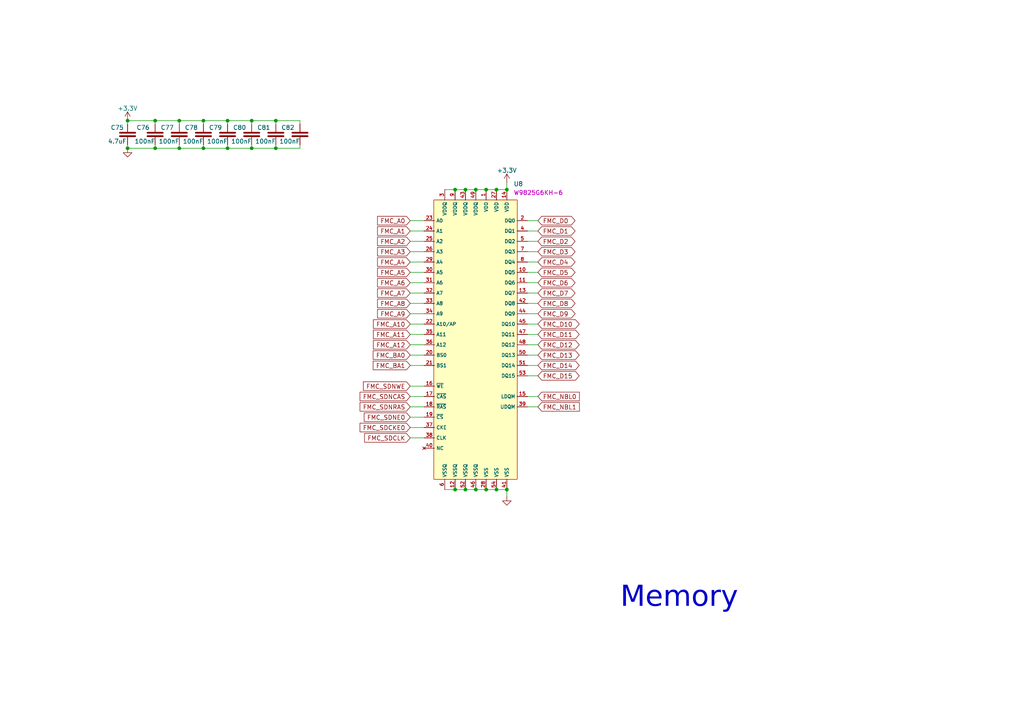
<source format=kicad_sch>
(kicad_sch (version 20250114) (generator "eeschema") (generator_version "9.0")
  (paper "A4")
  (lib_symbols
    (symbol "Generics:C" (pin_numbers (hide yes)) (pin_names (offset 0) (hide yes))
      (property "Reference" "C" (at 3 3.5 0))
      (property "Value" "NI" (at 3 -3.5 0))
      (symbol "C_0_1"
        (polyline (pts (xy 2.5 -2.2) (xy 2.5 2.2)) (stroke (width 0.508)))
        (polyline (pts (xy 3.5 -2.2) (xy 3.5 2.2)) (stroke (width 0.508)))
      )
      (symbol "C_1_1"
        (pin passive line (at 0 0 0) (length 2.5) (name "1") (number "1"))
        (pin passive line (at 6 0 180) (length 2.5) (name "2") (number "2"))
      )
    )
    (symbol "Memory:W9825G6KH-6"
      (property "Reference" "U" (at 0 7 0))
      (property "Value" "W9825G6KH-6" (at 18 -68 0))
      (symbol "W9825G6KH-6_0_1"
        (rectangle (start 2.84 5.9999) (end 27 -74.9999) (fill (type background)))
        (pin input line (at 0 0 0) (length 3) (name "A0") (number "23"))
        (pin input line (at 0 -3 0) (length 3) (name "A1") (number "24"))
        (pin input line (at 0 -6 0) (length 3) (name "A2") (number "25"))
        (pin input line (at 0 -9 0) (length 3) (name "A3") (number "26"))
        (pin input line (at 0 -12 0) (length 3) (name "A4") (number "29"))
        (pin input line (at 0 -15 0) (length 3) (name "A5") (number "30"))
        (pin input line (at 0 -18 0) (length 3) (name "A6") (number "31"))
        (pin input line (at 0 -21 0) (length 3) (name "A7") (number "32"))
        (pin input line (at 0 -24 0) (length 3) (name "A8") (number "33"))
        (pin input line (at 0 -27 0) (length 3) (name "A9") (number "34"))
        (pin input line (at 0 -30 0) (length 3) (name "A10/AP") (number "22"))
        (pin input line (at 0 -33 0) (length 3) (name "A11") (number "35"))
        (pin input line (at 0 -36 0) (length 3) (name "A12") (number "36"))
        (pin input line (at 0 -39 0) (length 3) (name "BS0") (number "20"))
        (pin input line (at 0 -42 0) (length 3) (name "BS1") (number "21"))
        (pin no_connect line (at 0 -66 0) (length 3) (name "NC") (number "40"))
        (pin power_in line (at 6 9 270) (length 3) (name "VDDQ") (number "3"))
        (pin power_in line (at 6 -78 90) (length 3) (name "VSSQ") (number "6"))
        (pin power_in line (at 9 9 270) (length 3) (name "VDDQ") (number "9"))
        (pin power_in line (at 9 -78 90) (length 3) (name "VSSQ") (number "12"))
        (pin power_in line (at 12 9 270) (length 3) (name "VDDQ") (number "43"))
        (pin power_in line (at 12 -78 90) (length 3) (name "VSSQ") (number "52"))
        (pin power_in line (at 15 9 270) (length 3) (name "VDDQ") (number "49"))
        (pin power_in line (at 15 -78 90) (length 3) (name "VSSQ") (number "46"))
        (pin power_in line (at 18 9 270) (length 3) (name "VDD") (number "1"))
        (pin power_in line (at 18 -78 90) (length 3) (name "VSS") (number "28"))
        (pin power_in line (at 21 9 270) (length 3) (name "VDD") (number "27"))
        (pin power_in line (at 21 -78 90) (length 3) (name "VSS") (number "54"))
        (pin power_in line (at 24 9 270) (length 3) (name "VDD") (number "14"))
        (pin power_in line (at 24 -78 90) (length 3) (name "VSS") (number "41"))
        (pin bidirectional line (at 30 0 180) (length 3) (name "DQ0") (number "2"))
        (pin bidirectional line (at 30 -3 180) (length 3) (name "DQ1") (number "4"))
        (pin bidirectional line (at 30 -6 180) (length 3) (name "DQ2") (number "5"))
        (pin bidirectional line (at 30 -9 180) (length 3) (name "DQ3") (number "7"))
        (pin bidirectional line (at 30 -12 180) (length 3) (name "DQ4") (number "8"))
        (pin bidirectional line (at 30 -15 180) (length 3) (name "DQ5") (number "10"))
        (pin bidirectional line (at 30 -18 180) (length 3) (name "DQ6") (number "11"))
        (pin bidirectional line (at 30 -21 180) (length 3) (name "DQ7") (number "13"))
        (pin bidirectional line (at 30 -24 180) (length 3) (name "DQ8") (number "42"))
        (pin bidirectional line (at 30 -27 180) (length 3) (name "DQ9") (number "44"))
        (pin bidirectional line (at 30 -30 180) (length 3) (name "DQ10") (number "45"))
        (pin bidirectional line (at 30 -33 180) (length 3) (name "DQ11") (number "47"))
        (pin bidirectional line (at 30 -36 180) (length 3) (name "DQ12") (number "48"))
        (pin bidirectional line (at 30 -39 180) (length 3) (name "DQ13") (number "50"))
        (pin bidirectional line (at 30 -42 180) (length 3) (name "DQ14") (number "51"))
        (pin bidirectional line (at 30 -45 180) (length 3) (name "DQ15") (number "53"))
        (pin input line (at 30 -51 180) (length 3) (name "LDQM") (number "15"))
        (pin input line (at 30 -54 180) (length 3) (name "UDQM") (number "39"))
      )
      (symbol "W9825G6KH-6_1_1"
        (pin input line (at 0 -48 0) (length 3) (name "~{WE}") (number "16"))
        (pin input line (at 0 -51 0) (length 3) (name "~{CAS}") (number "17"))
        (pin input line (at 0 -54 0) (length 3) (name "~{RAS}") (number "18"))
        (pin input line (at 0 -57 0) (length 3) (name "~{CS}") (number "19"))
        (pin input line (at 0 -60 0) (length 3) (name "CKE") (number "37"))
        (pin input line (at 0 -63 0) (length 3) (name "CLK") (number "38"))
      )
    )
    (symbol "Power:+3.3V" (power) (pin_numbers (hide yes)) (pin_names (offset 0) (hide yes))
      (property "Value" "+3.3V" (at 0 3.556 0))
      (symbol "+3.3V_0_1"
        (polyline (pts (xy -0.762 1.27) (xy 0 2.54)))
        (polyline (pts (xy 0 2.54) (xy 0.762 1.27)))
        (polyline (pts (xy 0 0) (xy 0 2.54)))
      )
      (symbol "+3.3V_1_1"
        (pin power_in line (at 0 0 90) (length 0) (hide yes) (name "+3.3V") (number "1"))
      )
    )
    (symbol "Power:GND" (power) (pin_numbers (hide yes)) (pin_names (offset 0) (hide yes))
      (symbol "GND_0_1"
        (polyline (pts (xy 0 0) (xy 0 -1.27) (xy 1.27 -1.27) (xy 0 -2.54) (xy -1.27 -1.27) (xy 0 -1.27)))
      )
      (symbol "GND_1_1"
        (pin power_in line (at 0 0 270) (length 0) (hide yes) (name "GND") (number "1"))
      )
    )
  )
  (text "Memory" (at 197 175 0) (effects (font (size 6 6))))
  (junction (at 80 43))
  (junction (at 138 55))
  (junction (at 147 55))
  (junction (at 37 43))
  (junction (at 66 43))
  (junction (at 144 55))
  (junction (at 59 35))
  (junction (at 73 35))
  (junction (at 132 55))
  (junction (at 45 35))
  (junction (at 73 43))
  (junction (at 59 43))
  (junction (at 144 142))
  (junction (at 135 55))
  (junction (at 37 35))
  (junction (at 132 142))
  (junction (at 66 35))
  (junction (at 52 43))
  (junction (at 80 35))
  (junction (at 52 35))
  (junction (at 147 142))
  (junction (at 141 142))
  (junction (at 45 43))
  (junction (at 138 142))
  (junction (at 141 55))
  (junction (at 135 142))
  (wire (pts (xy 52 35) (xy 59 35)))
  (wire (pts (xy 119 97) (xy 123 97)))
  (wire (pts (xy 153 70) (xy 156 70)))
  (wire (pts (xy 45 35) (xy 52 35)))
  (wire (pts (xy 45 35) (xy 45 36)))
  (wire (pts (xy 87 35) (xy 87 36)))
  (wire (pts (xy 119 121) (xy 123 121)))
  (wire (pts (xy 153 64) (xy 156 64)))
  (wire (pts (xy 119 112) (xy 123 112)))
  (wire (pts (xy 144 55) (xy 147 55)))
  (wire (pts (xy 135 142) (xy 138 142)))
  (wire (pts (xy 138 55) (xy 141 55)))
  (wire (pts (xy 153 106) (xy 156 106)))
  (wire (pts (xy 147 55) (xy 147 53)))
  (wire (pts (xy 66 35) (xy 66 36)))
  (wire (pts (xy 153 88) (xy 156 88)))
  (wire (pts (xy 153 91) (xy 156 91)))
  (wire (pts (xy 66 35) (xy 73 35)))
  (wire (pts (xy 153 115) (xy 156 115)))
  (wire (pts (xy 119 124) (xy 123 124)))
  (wire (pts (xy 59 43) (xy 59 42)))
  (wire (pts (xy 119 76) (xy 123 76)))
  (wire (pts (xy 153 76) (xy 156 76)))
  (wire (pts (xy 119 103) (xy 123 103)))
  (wire (pts (xy 141 55) (xy 144 55)))
  (wire (pts (xy 153 94) (xy 156 94)))
  (wire (pts (xy 66 43) (xy 66 42)))
  (wire (pts (xy 153 67) (xy 156 67)))
  (wire (pts (xy 80 42) (xy 80 43)))
  (wire (pts (xy 80 35) (xy 87 35)))
  (wire (pts (xy 80 35) (xy 80 36)))
  (wire (pts (xy 119 73) (xy 123 73)))
  (wire (pts (xy 87 43) (xy 80 43)))
  (wire (pts (xy 153 103) (xy 156 103)))
  (wire (pts (xy 52 43) (xy 52 42)))
  (wire (pts (xy 119 82) (xy 123 82)))
  (wire (pts (xy 37 35) (xy 45 35)))
  (wire (pts (xy 119 64) (xy 123 64)))
  (wire (pts (xy 153 118) (xy 156 118)))
  (wire (pts (xy 141 142) (xy 144 142)))
  (wire (pts (xy 119 67) (xy 123 67)))
  (wire (pts (xy 73 43) (xy 80 43)))
  (wire (pts (xy 119 91) (xy 123 91)))
  (wire (pts (xy 45 43) (xy 52 43)))
  (wire (pts (xy 66 43) (xy 73 43)))
  (wire (pts (xy 153 85) (xy 156 85)))
  (wire (pts (xy 153 100) (xy 156 100)))
  (wire (pts (xy 87 42) (xy 87 43)))
  (wire (pts (xy 153 82) (xy 156 82)))
  (wire (pts (xy 37 43) (xy 37 42)))
  (wire (pts (xy 37 35) (xy 37 36)))
  (wire (pts (xy 59 43) (xy 66 43)))
  (wire (pts (xy 119 118) (xy 123 118)))
  (wire (pts (xy 132 142) (xy 135 142)))
  (wire (pts (xy 132 55) (xy 135 55)))
  (wire (pts (xy 52 35) (xy 52 36)))
  (wire (pts (xy 147 142) (xy 147 144)))
  (wire (pts (xy 119 106) (xy 123 106)))
  (wire (pts (xy 119 70) (xy 123 70)))
  (wire (pts (xy 144 142) (xy 147 142)))
  (wire (pts (xy 119 100) (xy 123 100)))
  (wire (pts (xy 52 43) (xy 59 43)))
  (wire (pts (xy 73 35) (xy 80 35)))
  (wire (pts (xy 153 73) (xy 156 73)))
  (wire (pts (xy 119 115) (xy 123 115)))
  (wire (pts (xy 59 35) (xy 59 36)))
  (wire (pts (xy 119 127) (xy 123 127)))
  (wire (pts (xy 129 55) (xy 132 55)))
  (wire (pts (xy 59 35) (xy 66 35)))
  (wire (pts (xy 45 42) (xy 45 43)))
  (wire (pts (xy 37 43) (xy 45 43)))
  (wire (pts (xy 73 43) (xy 73 42)))
  (wire (pts (xy 129 142) (xy 132 142)))
  (wire (pts (xy 119 85) (xy 123 85)))
  (wire (pts (xy 119 88) (xy 123 88)))
  (wire (pts (xy 138 142) (xy 141 142)))
  (wire (pts (xy 153 79) (xy 156 79)))
  (wire (pts (xy 73 35) (xy 73 36)))
  (wire (pts (xy 135 55) (xy 138 55)))
  (wire (pts (xy 153 97) (xy 156 97)))
  (wire (pts (xy 119 79) (xy 123 79)))
  (wire (pts (xy 153 109) (xy 156 109)))
  (wire (pts (xy 119 94) (xy 123 94)))
  (global_label "FMC_D5" (shape bidirectional) (at 156 79 0) (property "Intersheetrefs" "${INTERSHEET_REFS}" (effects (hide yes))))
  (global_label "FMC_A2" (shape input) (at 119 70 180) (property "Intersheetrefs" "${INTERSHEET_REFS}" (effects (hide yes))))
  (global_label "FMC_D10" (shape bidirectional) (at 156 94 0) (property "Intersheetrefs" "${INTERSHEET_REFS}" (effects (hide yes))))
  (global_label "FMC_D7" (shape bidirectional) (at 156 85 0) (property "Intersheetrefs" "${INTERSHEET_REFS}" (effects (hide yes))))
  (global_label "FMC_A9" (shape input) (at 119 91 180) (property "Intersheetrefs" "${INTERSHEET_REFS}" (effects (hide yes))))
  (global_label "FMC_A5" (shape input) (at 119 79 180) (property "Intersheetrefs" "${INTERSHEET_REFS}" (effects (hide yes))))
  (global_label "FMC_SDNWE" (shape input) (at 119 112 180) (property "Intersheetrefs" "${INTERSHEET_REFS}" (effects (hide yes))))
  (global_label "FMC_A6" (shape input) (at 119 82 180) (property "Intersheetrefs" "${INTERSHEET_REFS}" (effects (hide yes))))
  (global_label "FMC_SDCKE0" (shape input) (at 119 124 180) (property "Intersheetrefs" "${INTERSHEET_REFS}" (effects (hide yes))))
  (global_label "FMC_A11" (shape input) (at 119 97 180) (property "Intersheetrefs" "${INTERSHEET_REFS}" (effects (hide yes))))
  (global_label "FMC_D13" (shape bidirectional) (at 156 103 0) (property "Intersheetrefs" "${INTERSHEET_REFS}" (effects (hide yes))))
  (global_label "FMC_D1" (shape bidirectional) (at 156 67 0) (property "Intersheetrefs" "${INTERSHEET_REFS}" (effects (hide yes))))
  (global_label "FMC_D3" (shape bidirectional) (at 156 73 0) (property "Intersheetrefs" "${INTERSHEET_REFS}" (effects (hide yes))))
  (global_label "FMC_D4" (shape bidirectional) (at 156 76 0) (property "Intersheetrefs" "${INTERSHEET_REFS}" (effects (hide yes))))
  (global_label "FMC_A7" (shape input) (at 119 85 180) (property "Intersheetrefs" "${INTERSHEET_REFS}" (effects (hide yes))))
  (global_label "FMC_BA0" (shape input) (at 119 103 180) (property "Intersheetrefs" "${INTERSHEET_REFS}" (effects (hide yes))))
  (global_label "FMC_D12" (shape bidirectional) (at 156 100 0) (property "Intersheetrefs" "${INTERSHEET_REFS}" (effects (hide yes))))
  (global_label "FMC_A10" (shape input) (at 119 94 180) (property "Intersheetrefs" "${INTERSHEET_REFS}" (effects (hide yes))))
  (global_label "FMC_SDCLK" (shape input) (at 119 127 180) (property "Intersheetrefs" "${INTERSHEET_REFS}" (effects (hide yes))))
  (global_label "FMC_NBL1" (shape input) (at 156 118 0) (property "Intersheetrefs" "${INTERSHEET_REFS}" (effects (hide yes))))
  (global_label "FMC_D0" (shape bidirectional) (at 156 64 0) (property "Intersheetrefs" "${INTERSHEET_REFS}" (effects (hide yes))))
  (global_label "FMC_D9" (shape bidirectional) (at 156 91 0) (property "Intersheetrefs" "${INTERSHEET_REFS}" (effects (hide yes))))
  (global_label "FMC_BA1" (shape input) (at 119 106 180) (property "Intersheetrefs" "${INTERSHEET_REFS}" (effects (hide yes))))
  (global_label "FMC_A12" (shape input) (at 119 100 180) (property "Intersheetrefs" "${INTERSHEET_REFS}" (effects (hide yes))))
  (global_label "FMC_SDNRAS" (shape input) (at 119 118 180) (property "Intersheetrefs" "${INTERSHEET_REFS}" (effects (hide yes))))
  (global_label "FMC_A1" (shape input) (at 119 67 180) (property "Intersheetrefs" "${INTERSHEET_REFS}" (effects (hide yes))))
  (global_label "FMC_D14" (shape bidirectional) (at 156 106 0) (property "Intersheetrefs" "${INTERSHEET_REFS}" (effects (hide yes))))
  (global_label "FMC_A4" (shape input) (at 119 76 180) (property "Intersheetrefs" "${INTERSHEET_REFS}" (effects (hide yes))))
  (global_label "FMC_A3" (shape input) (at 119 73 180) (property "Intersheetrefs" "${INTERSHEET_REFS}" (effects (hide yes))))
  (global_label "FMC_SDNE0" (shape input) (at 119 121 180) (property "Intersheetrefs" "${INTERSHEET_REFS}" (effects (hide yes))))
  (global_label "FMC_NBL0" (shape input) (at 156 115 0) (property "Intersheetrefs" "${INTERSHEET_REFS}" (effects (hide yes))))
  (global_label "FMC_SDNCAS" (shape input) (at 119 115 180) (property "Intersheetrefs" "${INTERSHEET_REFS}" (effects (hide yes))))
  (global_label "FMC_A8" (shape input) (at 119 88 180) (property "Intersheetrefs" "${INTERSHEET_REFS}" (effects (hide yes))))
  (global_label "FMC_D11" (shape bidirectional) (at 156 97 0) (property "Intersheetrefs" "${INTERSHEET_REFS}" (effects (hide yes))))
  (global_label "FMC_D8" (shape bidirectional) (at 156 88 0) (property "Intersheetrefs" "${INTERSHEET_REFS}" (effects (hide yes))))
  (global_label "FMC_D15" (shape bidirectional) (at 156 109 0) (property "Intersheetrefs" "${INTERSHEET_REFS}" (effects (hide yes))))
  (global_label "FMC_A0" (shape input) (at 119 64 180) (property "Intersheetrefs" "${INTERSHEET_REFS}" (effects (hide yes))))
  (global_label "FMC_D6" (shape bidirectional) (at 156 82 0) (property "Intersheetrefs" "${INTERSHEET_REFS}" (effects (hide yes))))
  (global_label "FMC_D2" (shape bidirectional) (at 156 70 0) (property "Intersheetrefs" "${INTERSHEET_REFS}" (effects (hide yes))))
  (symbol (lib_id "Power:GND") (at 147 144 0) (unit 1)
    (property "Reference" "#PWR079" (effects (hide yes)))
    (property "Value" "GND" (effects (hide yes)))
    (property "Description" "Power symbol creates a global label with name \"GND\"" (effects (hide yes)))
  )
  (symbol (lib_id "Generics:C") (at 45 42 90) (unit 1)
    (property "Reference" "C76" (at 41.5 37 90) (effects (font (size 1.25 1.25))))
    (property "Value" "100nF" (at 42 41 90) (effects (font (size 1.25 1.25))))
    (property "Footprint" "Generics:C_0603" (effects (hide yes)))
    (property "Description" "Unpolarized capacitor" (effects (hide yes)))
    (property "LCSC Part #" "C14663" (effects (hide yes)))
  )
  (symbol (lib_id "Generics:C") (at 52 42 90) (unit 1)
    (property "Reference" "C77" (at 48.5 37 90) (effects (font (size 1.25 1.25))))
    (property "Value" "100nF" (at 49 41 90) (effects (font (size 1.25 1.25))))
    (property "Footprint" "Generics:C_0603" (effects (hide yes)))
    (property "Description" "Unpolarized capacitor" (effects (hide yes)))
    (property "LCSC Part #" "C14663" (effects (hide yes)))
  )
  (symbol (lib_id "Generics:C") (at 73 42 90) (unit 1)
    (property "Reference" "C80" (at 69.5 37 90) (effects (font (size 1.25 1.25))))
    (property "Value" "100nF" (at 70 41 90) (effects (font (size 1.25 1.25))))
    (property "Footprint" "Generics:C_0603" (effects (hide yes)))
    (property "Description" "Unpolarized capacitor" (effects (hide yes)))
    (property "LCSC Part #" "C14663" (effects (hide yes)))
  )
  (symbol (lib_id "Generics:C") (at 80 42 90) (unit 1)
    (property "Reference" "C81" (at 76.5 37 90) (effects (font (size 1.25 1.25))))
    (property "Value" "100nF" (at 77 41 90) (effects (font (size 1.25 1.25))))
    (property "Footprint" "Generics:C_0603" (effects (hide yes)))
    (property "Description" "Unpolarized capacitor" (effects (hide yes)))
    (property "LCSC Part #" "C14663" (effects (hide yes)))
  )
  (symbol (lib_id "Power:+3.3V") (at 37 35 0) (unit 1)
    (property "Reference" "#PWR085" (effects (hide yes)))
    (property "Value" "+3.3V" (at 37 31.444 0) (effects (font (size 1.25 1.25))))
    (property "Description" "Power symbol creates a global label with name \"+3.3V\"" (effects (hide yes)))
  )
  (symbol (lib_id "Generics:C") (at 59 42 90) (unit 1)
    (property "Reference" "C78" (at 55.5 37 90) (effects (font (size 1.25 1.25))))
    (property "Value" "100nF" (at 56 41 90) (effects (font (size 1.25 1.25))))
    (property "Footprint" "Generics:C_0603" (effects (hide yes)))
    (property "Description" "Unpolarized capacitor" (effects (hide yes)))
    (property "LCSC Part #" "C14663" (effects (hide yes)))
  )
  (symbol (lib_id "Generics:C") (at 87 42 90) (unit 1)
    (property "Reference" "C82" (at 83.5 37 90) (effects (font (size 1.25 1.25))))
    (property "Value" "100nF" (at 84 41 90) (effects (font (size 1.25 1.25))))
    (property "Footprint" "Generics:C_0603" (effects (hide yes)))
    (property "Description" "Unpolarized capacitor" (effects (hide yes)))
    (property "LCSC Part #" "C14663" (effects (hide yes)))
  )
  (symbol (lib_id "Memory:W9825G6KH-6") (at 123 64 0) (unit 1)
    (property "Reference" "U8" (at 148.9576 53.34 0) (effects (justify left)))
    (property "Value" "W9825G6KH-6" (at 148.9576 55.88 0) (effects (justify left)))
    (property "Footprint" "Memory:W9825G6KH" (effects (hide yes)))
    (property "Datasheet" "kicad-embed://C62246.pdf" (effects (hide yes)))
    (property "Description" "4 M x 4 Banks x 16 Bits SDRAM" (effects (hide yes)))
    (property "LCSC Part #" "C62246" (effects (hide yes)))
    (property "Part #" "W9825G6KH-6" (effects (hide yes)))
  )
  (symbol (lib_id "Power:+3.3V") (at 147 53 0) (unit 1)
    (property "Reference" "#PWR080" (effects (hide yes)))
    (property "Value" "+3.3V" (at 147 49.444 0) (effects (font (size 1.25 1.25))))
    (property "Description" "Power symbol creates a global label with name \"+3.3V\"" (effects (hide yes)))
  )
  (symbol (lib_id "Generics:C") (at 37 42 90) (unit 1)
    (property "Reference" "C75" (at 34 37 90) (effects (font (size 1.25 1.25))))
    (property "Value" "4.7uF" (at 34 41 90) (effects (font (size 1.25 1.25))))
    (property "Footprint" "Generics:C_0603" (effects (hide yes)))
    (property "Description" "Unpolarized capacitor" (effects (hide yes)))
    (property "LCSC Part #" "C19666" (effects (hide yes)))
  )
  (symbol (lib_id "Power:GND") (at 37 43 0) (unit 1)
    (property "Reference" "#PWR086" (effects (hide yes)))
    (property "Value" "GND" (effects (hide yes)))
    (property "Description" "Power symbol creates a global label with name \"GND\"" (effects (hide yes)))
  )
  (symbol (lib_id "Generics:C") (at 66 42 90) (unit 1)
    (property "Reference" "C79" (at 62.5 37 90) (effects (font (size 1.25 1.25))))
    (property "Value" "100nF" (at 63 41 90) (effects (font (size 1.25 1.25))))
    (property "Footprint" "Generics:C_0603" (effects (hide yes)))
    (property "Description" "Unpolarized capacitor" (effects (hide yes)))
    (property "LCSC Part #" "C14663" (effects (hide yes)))
  )
)
</source>
